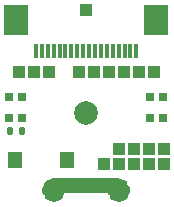
<source format=gbr>
%TF.GenerationSoftware,KiCad,Pcbnew,7.0.9-7.0.9~ubuntu22.04.1*%
%TF.CreationDate,2023-12-30T14:54:31+00:00*%
%TF.ProjectId,COM_MOD,434f4d5f-4d4f-4442-9e6b-696361645f70,1.0*%
%TF.SameCoordinates,Original*%
%TF.FileFunction,Soldermask,Bot*%
%TF.FilePolarity,Negative*%
%FSLAX46Y46*%
G04 Gerber Fmt 4.6, Leading zero omitted, Abs format (unit mm)*
G04 Created by KiCad (PCBNEW 7.0.9-7.0.9~ubuntu22.04.1) date 2023-12-30 14:54:31*
%MOMM*%
%LPD*%
G01*
G04 APERTURE LIST*
G04 Aperture macros list*
%AMRoundRect*
0 Rectangle with rounded corners*
0 $1 Rounding radius*
0 $2 $3 $4 $5 $6 $7 $8 $9 X,Y pos of 4 corners*
0 Add a 4 corners polygon primitive as box body*
4,1,4,$2,$3,$4,$5,$6,$7,$8,$9,$2,$3,0*
0 Add four circle primitives for the rounded corners*
1,1,$1+$1,$2,$3*
1,1,$1+$1,$4,$5*
1,1,$1+$1,$6,$7*
1,1,$1+$1,$8,$9*
0 Add four rect primitives between the rounded corners*
20,1,$1+$1,$2,$3,$4,$5,0*
20,1,$1+$1,$4,$5,$6,$7,0*
20,1,$1+$1,$6,$7,$8,$9,0*
20,1,$1+$1,$8,$9,$2,$3,0*%
G04 Aperture macros list end*
%ADD10C,1.000000*%
%ADD11R,1.000000X1.000000*%
%ADD12R,0.700000X0.700000*%
%ADD13R,0.300000X1.250000*%
%ADD14R,2.000000X2.500000*%
%ADD15C,2.000000*%
%ADD16RoundRect,0.135000X-0.135000X-0.185000X0.135000X-0.185000X0.135000X0.185000X-0.135000X0.185000X0*%
%ADD17R,1.230000X1.360000*%
G04 APERTURE END LIST*
D10*
X33250000Y-40000000D02*
G75*
G03*
X33250000Y-40000000I-500000J0D01*
G01*
X27750000Y-40000000D02*
G75*
G03*
X27750000Y-40000000I-500000J0D01*
G01*
G36*
X27125000Y-39000000D02*
G01*
X32750000Y-39000000D01*
X32750000Y-40250000D01*
X27125000Y-40250000D01*
X27125000Y-39000000D01*
G37*
D11*
%TO.C,J17*%
X36580000Y-37770000D03*
%TD*%
%TO.C,J5*%
X29365001Y-30000000D03*
%TD*%
%TO.C,J3*%
X30000001Y-24762500D03*
%TD*%
%TO.C,J19*%
X24285001Y-30000000D03*
%TD*%
%TO.C,J20*%
X35715001Y-30000000D03*
%TD*%
%TO.C,J2*%
X26825001Y-30000000D03*
%TD*%
%TO.C,J12*%
X35310000Y-36500000D03*
%TD*%
%TO.C,J8*%
X33175001Y-30000000D03*
%TD*%
%TO.C,J1*%
X25555001Y-30000000D03*
%TD*%
%TO.C,J15*%
X34040000Y-37770000D03*
%TD*%
%TO.C,J14*%
X32770000Y-36500000D03*
%TD*%
%TO.C,J18*%
X31500000Y-37770000D03*
%TD*%
%TO.C,J13*%
X34040001Y-36500000D03*
%TD*%
%TO.C,J7*%
X31905001Y-30000000D03*
%TD*%
%TO.C,J21*%
X32770000Y-37770000D03*
%TD*%
%TO.C,J16*%
X35310000Y-37770000D03*
%TD*%
%TO.C,J11*%
X36580000Y-36500000D03*
%TD*%
%TO.C,J6*%
X30635001Y-30000000D03*
%TD*%
%TO.C,J9*%
X34445001Y-30000000D03*
%TD*%
D12*
%TO.C,LED2*%
X23450001Y-32085000D03*
X24550001Y-32085000D03*
X24550001Y-33915000D03*
X23450001Y-33915000D03*
%TD*%
D13*
%TO.C,J4*%
X25750001Y-28175000D03*
X26250001Y-28175000D03*
X26750001Y-28175000D03*
X27250001Y-28175000D03*
X27750001Y-28175000D03*
X28250001Y-28175000D03*
X28750001Y-28175000D03*
X29250001Y-28175000D03*
X29750001Y-28175000D03*
X30250001Y-28175000D03*
X30750001Y-28175000D03*
X31250001Y-28175000D03*
X31750001Y-28175000D03*
X32250001Y-28175000D03*
X32750001Y-28175000D03*
X33250001Y-28175000D03*
X33750001Y-28175000D03*
X34250001Y-28175000D03*
D14*
X24060001Y-25600000D03*
X35940001Y-25600000D03*
%TD*%
D15*
%TO.C,I1*%
X30000000Y-33500000D03*
%TD*%
D12*
%TO.C,LED1*%
X36550001Y-33915000D03*
X35450001Y-33915000D03*
X35450001Y-32085000D03*
X36550001Y-32085000D03*
%TD*%
D16*
%TO.C,R1*%
X23590000Y-35000000D03*
X24610000Y-35000000D03*
%TD*%
D17*
%TO.C,SW1*%
X28385000Y-37400000D03*
X24015000Y-37400000D03*
%TD*%
M02*

</source>
